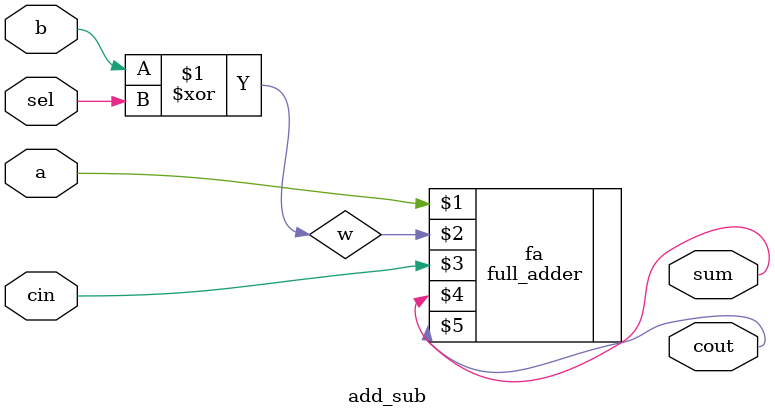
<source format=v>
/*--  *******************************************************
--  Computer Architecture Course, Laboratory Sources 
--  Amirkabir University of Technology (Tehran Polytechnic)
--  Department of Computer Engineering (CE-AUT)
--  https://ce[dot]aut[dot]ac[dot]ir
--  *******************************************************
--  All Rights reserved (C) 2019-2020
--  *******************************************************
--  Student ID  : 9831075
--  Student Name: Mina Beiki
--  Student Mail: 
--  *******************************************************
--  Additional Comments:
--
--*/

/*-----------------------------------------------------------
---  Module Name: Single Bit Adder/Subtractor
---  Description: Lab 07 Part 1
-----------------------------------------------------------*/
`timescale 1 ns/1 ns

module add_sub (
	input a ,
	input b ,
	input cin ,
	input sel ,
	output sum ,
	output cout
);
	wire w ; 
	xor g(w,b,sel);
	full_adder fa(a,w,cin,sum,cout);
	
endmodule 
	

</source>
